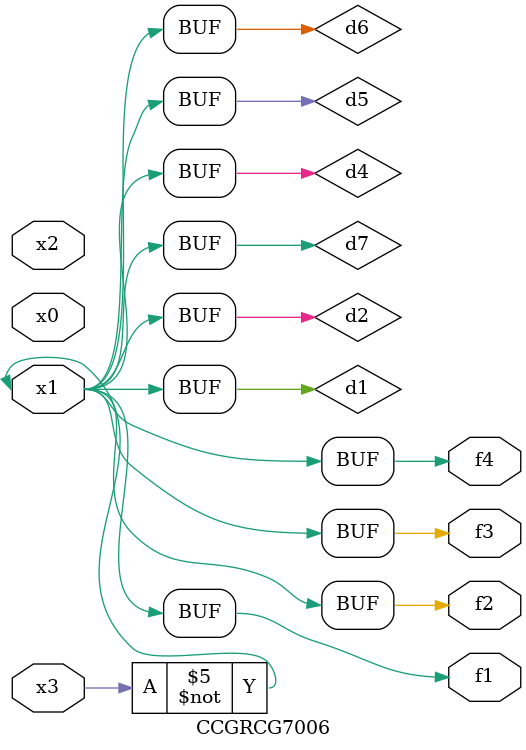
<source format=v>
module CCGRCG7006(
	input x0, x1, x2, x3,
	output f1, f2, f3, f4
);

	wire d1, d2, d3, d4, d5, d6, d7;

	not (d1, x3);
	buf (d2, x1);
	xnor (d3, d1, d2);
	nor (d4, d1);
	buf (d5, d1, d2);
	buf (d6, d4, d5);
	nand (d7, d4);
	assign f1 = d6;
	assign f2 = d7;
	assign f3 = d6;
	assign f4 = d6;
endmodule

</source>
